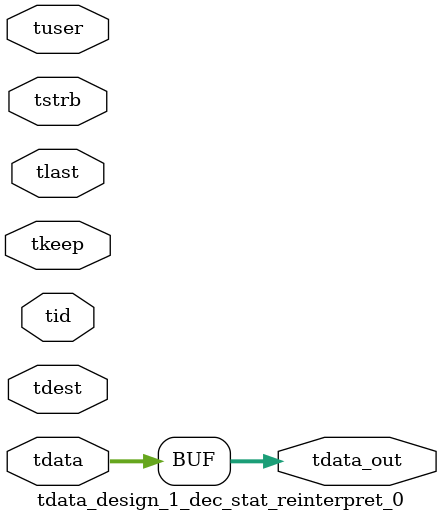
<source format=v>


`timescale 1ps/1ps

module tdata_design_1_dec_stat_reinterpret_0 #
(
parameter C_S_AXIS_TDATA_WIDTH = 32,
parameter C_S_AXIS_TUSER_WIDTH = 0,
parameter C_S_AXIS_TID_WIDTH   = 0,
parameter C_S_AXIS_TDEST_WIDTH = 0,
parameter C_M_AXIS_TDATA_WIDTH = 32
)
(
input  [(C_S_AXIS_TDATA_WIDTH == 0 ? 1 : C_S_AXIS_TDATA_WIDTH)-1:0     ] tdata,
input  [(C_S_AXIS_TUSER_WIDTH == 0 ? 1 : C_S_AXIS_TUSER_WIDTH)-1:0     ] tuser,
input  [(C_S_AXIS_TID_WIDTH   == 0 ? 1 : C_S_AXIS_TID_WIDTH)-1:0       ] tid,
input  [(C_S_AXIS_TDEST_WIDTH == 0 ? 1 : C_S_AXIS_TDEST_WIDTH)-1:0     ] tdest,
input  [(C_S_AXIS_TDATA_WIDTH/8)-1:0 ] tkeep,
input  [(C_S_AXIS_TDATA_WIDTH/8)-1:0 ] tstrb,
input                                                                    tlast,
output [C_M_AXIS_TDATA_WIDTH-1:0] tdata_out
);

assign tdata_out = {8'b00000000,tdata[31:0]};

endmodule


</source>
